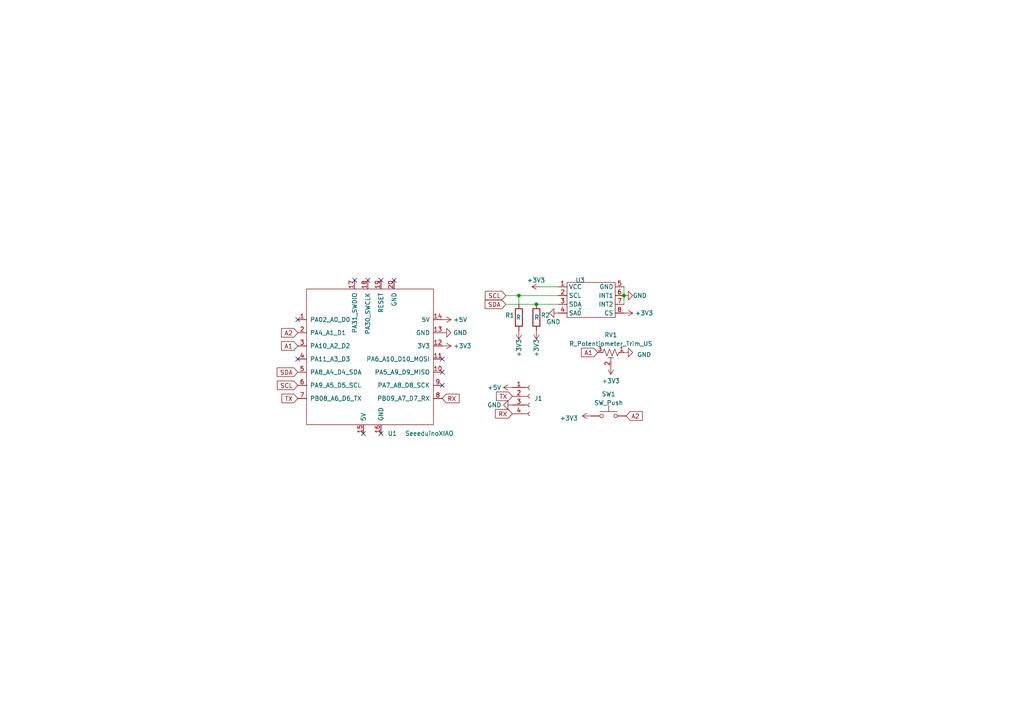
<source format=kicad_sch>
(kicad_sch (version 20230121) (generator eeschema)
  (paper "A4")
  (lib_symbols
    (symbol "Connector:Conn_01x04_Socket" (pin_names (offset 1.016) hide)
      (property "Reference" "J" (at 0 5.08 0))
      (property "Value" "Conn_01x04_Socket" (at 0 -7.62 0))
      (symbol "Conn_01x04_Socket_1_1"
        (arc (start 0 -4.572) (mid -0.5058 -5.08) (end 0 -5.588) (stroke (width 0.1524)))
        (arc (start 0 -2.032) (mid -0.5058 -2.54) (end 0 -3.048) (stroke (width 0.1524)))
        (polyline (pts (xy -1.27 -5.08) (xy -0.508 -5.08)) (stroke (width 0.1524)))
        (polyline (pts (xy -1.27 -2.54) (xy -0.508 -2.54)) (stroke (width 0.1524)))
        (polyline (pts (xy -1.27 0) (xy -0.508 0)) (stroke (width 0.1524)))
        (polyline (pts (xy -1.27 2.54) (xy -0.508 2.54)) (stroke (width 0.1524)))
        (arc (start 0 0.508) (mid -0.5058 0) (end 0 -0.508) (stroke (width 0.1524)))
        (arc (start 0 3.048) (mid -0.5058 2.54) (end 0 2.032) (stroke (width 0.1524)))
        (pin passive line (at -5.08 2.54 0) (length 3.81) (name "Pin_1") (number "1"))
        (pin passive line (at -5.08 0 0) (length 3.81) (name "Pin_2") (number "2"))
        (pin passive line (at -5.08 -2.54 0) (length 3.81) (name "Pin_3") (number "3"))
        (pin passive line (at -5.08 -5.08 0) (length 3.81) (name "Pin_4") (number "4"))
      )
    )
    (symbol "Device:R" (pin_numbers hide) (pin_names (offset 0))
      (property "Reference" "R" (at 2.032 0 90))
      (property "Value" "R" (at 0 0 90))
      (symbol "R_0_1"
        (rectangle (start -1.016 -2.54) (end 1.016 2.54) (stroke (width 0.254)))
      )
      (symbol "R_1_1"
        (pin passive line (at 0 3.81 270) (length 1.27) (name "~") (number "1"))
        (pin passive line (at 0 -3.81 90) (length 1.27) (name "~") (number "2"))
      )
    )
    (symbol "Device:R_Potentiometer_Trim_US" (pin_names (offset 1.016) hide)
      (property "Reference" "RV" (at -4.445 0 90))
      (property "Value" "R_Potentiometer_Trim_US" (at -2.54 0 90))
      (symbol "R_Potentiometer_Trim_US_0_1"
        (polyline (pts (xy 0 -2.286) (xy 0 -2.54)))
        (polyline (pts (xy 0 2.286) (xy 0 2.54)))
        (polyline (pts (xy 1.524 0.762) (xy 1.524 -0.762)))
        (polyline (pts (xy 2.54 0) (xy 1.524 0)))
        (polyline (pts (xy 0 -0.762) (xy 1.016 -1.143) (xy 0 -1.524) (xy -1.016 -1.905) (xy 0 -2.286)))
        (polyline (pts (xy 0 0.762) (xy 1.016 0.381) (xy 0 0) (xy -1.016 -0.381) (xy 0 -0.762)))
        (polyline (pts (xy 0 2.286) (xy 1.016 1.905) (xy 0 1.524) (xy -1.016 1.143) (xy 0 0.762)))
      )
      (symbol "R_Potentiometer_Trim_US_1_1"
        (pin passive line (at 0 3.81 270) (length 1.27) (name "1") (number "1"))
        (pin passive line (at 3.81 0 180) (length 1.27) (name "2") (number "2"))
        (pin passive line (at 0 -3.81 90) (length 1.27) (name "3") (number "3"))
      )
    )
    (symbol "L3GD20H_module_1"
      (property "Reference" "U" (at 0 0 0))
      (symbol "L3GD20H_module_1_0_1"
        (rectangle (start -12.7 5.08) (end -12.7 5.08))
        (rectangle (start -6.35 5.08) (end 7.62 -5.08))
      )
      (symbol "L3GD20H_module_1_1_1"
        (pin power_in line (at -8.89 3.81 0) (length 2.54) (name "VCC") (number "1"))
        (pin output line (at -8.89 1.27 0) (length 2.54) (name "SCL") (number "2"))
        (pin output line (at -8.89 -1.27 0) (length 2.54) (name "SDA") (number "3"))
        (pin output line (at -8.89 -3.81 0) (length 2.54) (name "SA0") (number "4"))
        (pin output line (at 10.16 3.81 180) (length 2.54) (name "GND") (number "5"))
        (pin output line (at 10.16 1.27 180) (length 2.54) (name "INT1") (number "6"))
        (pin output line (at 10.16 -1.27 180) (length 2.54) (name "INT2") (number "7"))
        (pin output line (at 10.16 -3.81 180) (length 2.54) (name "CS") (number "8"))
      )
    )
    (symbol "Seeeduino XIAO:SeeeduinoXIAO" (pin_names (offset 1.016))
      (property "Reference" "U" (at -19.05 22.86 0))
      (property "Value" "SeeeduinoXIAO" (at -12.7 21.59 0))
      (symbol "SeeeduinoXIAO_0_1"
        (rectangle (start -19.05 20.32) (end 17.78 -19.05))
      )
      (symbol "SeeeduinoXIAO_1_1"
        (pin unspecified line (at -21.59 11.43 0) (length 2.54) (name "PA02_A0_D0") (number "1"))
        (pin unspecified line (at 20.32 -3.81 180) (length 2.54) (name "PA5_A9_D9_MISO") (number "10"))
        (pin unspecified line (at 20.32 0 180) (length 2.54) (name "PA6_A10_D10_MOSI") (number "11"))
        (pin unspecified line (at 20.32 3.81 180) (length 2.54) (name "3V3") (number "12"))
        (pin unspecified line (at 20.32 7.62 180) (length 2.54) (name "GND") (number "13"))
        (pin unspecified line (at 20.32 11.43 180) (length 2.54) (name "5V") (number "14"))
        (pin input line (at -2.54 -21.59 90) (length 2.54) (name "5V") (number "15"))
        (pin input line (at 2.54 -21.59 90) (length 2.54) (name "GND") (number "16"))
        (pin input line (at -5.08 22.86 270) (length 2.54) (name "PA31_SWDIO") (number "17"))
        (pin input line (at -1.27 22.86 270) (length 2.54) (name "PA30_SWCLK") (number "18"))
        (pin input line (at 2.54 22.86 270) (length 2.54) (name "RESET") (number "19"))
        (pin unspecified line (at -21.59 7.62 0) (length 2.54) (name "PA4_A1_D1") (number "2"))
        (pin input line (at 6.35 22.86 270) (length 2.54) (name "GND") (number "20"))
        (pin unspecified line (at -21.59 3.81 0) (length 2.54) (name "PA10_A2_D2") (number "3"))
        (pin unspecified line (at -21.59 0 0) (length 2.54) (name "PA11_A3_D3") (number "4"))
        (pin unspecified line (at -21.59 -3.81 0) (length 2.54) (name "PA8_A4_D4_SDA") (number "5"))
        (pin unspecified line (at -21.59 -7.62 0) (length 2.54) (name "PA9_A5_D5_SCL") (number "6"))
        (pin unspecified line (at -21.59 -11.43 0) (length 2.54) (name "PB08_A6_D6_TX") (number "7"))
        (pin unspecified line (at 20.32 -11.43 180) (length 2.54) (name "PB09_A7_D7_RX") (number "8"))
        (pin unspecified line (at 20.32 -7.62 180) (length 2.54) (name "PA7_A8_D8_SCK") (number "9"))
      )
    )
    (symbol "Switch:SW_Push" (pin_numbers hide) (pin_names (offset 1.016) hide)
      (property "Reference" "SW" (at 1.27 2.54 0))
      (property "Value" "SW_Push" (at 0 -1.524 0))
      (symbol "SW_Push_0_1"
        (circle (center -2.032 0) (radius 0.508))
        (polyline (pts (xy 0 1.27) (xy 0 3.048)))
        (polyline (pts (xy 2.54 1.27) (xy -2.54 1.27)))
        (circle (center 2.032 0) (radius 0.508))
        (pin passive line (at -5.08 0 0) (length 2.54) (name "1") (number "1"))
        (pin passive line (at 5.08 0 180) (length 2.54) (name "2") (number "2"))
      )
    )
    (symbol "power:+3V3" (power) (pin_names (offset 0))
      (property "Value" "+3V3" (at 0 3.556 0))
      (symbol "+3V3_0_1"
        (polyline (pts (xy -0.762 1.27) (xy 0 2.54)))
        (polyline (pts (xy 0 0) (xy 0 2.54)))
        (polyline (pts (xy 0 2.54) (xy 0.762 1.27)))
      )
      (symbol "+3V3_1_1"
        (pin power_in line (at 0 0 90) (length 0) hide (name "+3V3") (number "1"))
      )
    )
    (symbol "power:+5V" (power) (pin_names (offset 0))
      (property "Value" "+5V" (at 0 3.556 0))
      (symbol "+5V_0_1"
        (polyline (pts (xy -0.762 1.27) (xy 0 2.54)))
        (polyline (pts (xy 0 0) (xy 0 2.54)))
        (polyline (pts (xy 0 2.54) (xy 0.762 1.27)))
      )
      (symbol "+5V_1_1"
        (pin power_in line (at 0 0 90) (length 0) hide (name "+5V") (number "1"))
      )
    )
    (symbol "power:GND" (power) (pin_names (offset 0))
      (property "Value" "GND" (at 0 -3.81 0))
      (symbol "GND_0_1"
        (polyline (pts (xy 0 0) (xy 0 -1.27) (xy 1.27 -1.27) (xy 0 -2.54) (xy -1.27 -1.27) (xy 0 -1.27)))
      )
      (symbol "GND_1_1"
        (pin power_in line (at 0 0 270) (length 0) hide (name "GND") (number "1"))
      )
    )
  )
  (junction (at 155.575 88.265))
  (junction (at 180.975 85.725))
  (junction (at 150.495 85.725))
  (no_connect (at 86.36 104.14))
  (no_connect (at 128.27 111.76))
  (no_connect (at 114.3 81.28))
  (no_connect (at 110.49 81.28))
  (no_connect (at 110.49 125.73))
  (no_connect (at 128.27 104.14))
  (no_connect (at 106.68 81.28))
  (no_connect (at 128.27 107.95))
  (no_connect (at 86.36 92.71))
  (no_connect (at 102.87 81.28))
  (no_connect (at 105.41 125.73))
  (wire (pts (xy 146.685 85.725) (xy 150.495 85.725)))
  (wire (pts (xy 155.575 88.265) (xy 161.925 88.265)))
  (wire (pts (xy 150.495 85.725) (xy 161.925 85.725)))
  (wire (pts (xy 146.685 88.265) (xy 155.575 88.265)))
  (wire (pts (xy 180.975 83.185) (xy 180.975 85.725)))
  (wire (pts (xy 180.975 85.725) (xy 180.975 88.265)))
  (wire (pts (xy 150.495 88.265) (xy 150.495 85.725)))
  (wire (pts (xy 156.845 83.185) (xy 161.925 83.185)))
  (global_label "SCL" (shape input) (at 86.36 111.76 180) (property "Intersheetrefs" "${INTERSHEET_REFS}" (effects hide)))
  (global_label "A2" (shape input) (at 181.61 120.65 0) (property "Intersheetrefs" "${INTERSHEET_REFS}" (effects hide)))
  (global_label "SCL" (shape input) (at 146.685 85.725 180) (property "Intersheetrefs" "${INTERSHEET_REFS}" (effects hide)))
  (global_label "RX" (shape input) (at 148.59 120.015 180) (property "Intersheetrefs" "${INTERSHEET_REFS}" (effects hide)))
  (global_label "SDA" (shape input) (at 146.685 88.265 180) (property "Intersheetrefs" "${INTERSHEET_REFS}" (effects hide)))
  (global_label "A2" (shape input) (at 86.36 96.52 180) (property "Intersheetrefs" "${INTERSHEET_REFS}" (effects hide)))
  (global_label "A1" (shape input) (at 86.36 100.33 180) (property "Intersheetrefs" "${INTERSHEET_REFS}" (effects hide)))
  (global_label "SDA" (shape input) (at 86.36 107.95 180) (property "Intersheetrefs" "${INTERSHEET_REFS}" (effects hide)))
  (global_label "TX" (shape input) (at 148.59 114.935 180) (property "Intersheetrefs" "${INTERSHEET_REFS}" (effects hide)))
  (global_label "TX" (shape input) (at 86.36 115.57 180) (property "Intersheetrefs" "${INTERSHEET_REFS}" (effects hide)))
  (global_label "RX" (shape input) (at 128.27 115.57 0) (property "Intersheetrefs" "${INTERSHEET_REFS}" (effects hide)))
  (global_label "A1" (shape input) (at 173.355 102.235 180) (property "Intersheetrefs" "${INTERSHEET_REFS}" (effects hide)))
  (symbol (lib_id "power:+3V3") (at 171.45 120.65 90) (unit 1)
    (property "Reference" "#PWR08" (effects hide))
    (property "Value" "+3V3" (at 167.64 121.285 90) (effects (justify left)))
  )
  (symbol (lib_id "power:+3V3") (at 156.845 83.185 90) (unit 1)
    (property "Reference" "#PWR06" (effects hide))
    (property "Value" "+3V3" (at 158.115 81.28 90) (effects (justify left)))
  )
  (symbol (lib_id "Switch:SW_Push") (at 176.53 120.65 0) (unit 1)
    (property "Reference" "SW1" (at 176.53 114.3 0))
    (property "Value" "SW_Push" (at 176.53 116.84 0))
    (property "Footprint" "Button_Switch_THT:SW_PUSH_6mm_H7.3mm" (effects hide))
  )
  (symbol (lib_id "power:+5V") (at 128.27 92.71 270) (unit 1)
    (property "Reference" "#PWR02" (effects hide))
    (property "Value" "+5V" (at 131.445 92.71 90) (effects (justify left)))
  )
  (symbol (lib_id "power:+3V3") (at 128.27 100.33 270) (unit 1)
    (property "Reference" "#PWR05" (effects hide))
    (property "Value" "+3V3" (at 131.445 100.33 90) (effects (justify left)))
  )
  (symbol (lib_id "power:+3V3") (at 155.575 95.885 180) (unit 1)
    (property "Reference" "#PWR012" (effects hide))
    (property "Value" "+3V3" (at 155.575 100.965 90))
  )
  (symbol (lib_name "L3GD20H_module_1") (lib_id "L3GD20H_module:L3GD20H_module") (at 170.815 86.995 0) (unit 1)
    (property "Reference" "U3" (at 168.275 81.28 0))
    (property "Value" "~" (at 168.275 89.535 0))
    (property "Footprint" "Lib:L3GD20H_Module" (effects hide))
  )
  (symbol (lib_id "Seeeduino XIAO:SeeeduinoXIAO") (at 107.95 104.14 0) (unit 1)
    (property "Reference" "U1" (at 112.4459 125.73 0) (effects (justify left)))
    (property "Value" "SeeeduinoXIAO" (at 117.475 125.73 0) (effects (justify left)))
    (property "Footprint" "Lib:seeeduinoXIAO" (effects hide))
  )
  (symbol (lib_id "Device:R") (at 150.495 92.075 0) (mirror y) (unit 1)
    (property "Reference" "R1" (at 149.225 91.44 0) (effects (justify left)))
    (property "Value" "R" (at 151.13 92.075 0) (effects (justify left)))
    (property "Footprint" "Resistor_THT:R_Axial_DIN0207_L6.3mm_D2.5mm_P7.62mm_Horizontal" (effects hide))
  )
  (symbol (lib_id "power:GND") (at 148.59 117.475 270) (unit 1)
    (property "Reference" "#PWR03" (effects hide))
    (property "Value" "GND" (at 145.415 117.475 90) (effects (justify right)))
  )
  (symbol (lib_id "power:GND") (at 180.975 85.725 90) (unit 1)
    (property "Reference" "#PWR07" (effects hide))
    (property "Value" "GND" (at 183.515 85.725 90) (effects (justify right)))
  )
  (symbol (lib_id "Device:R_Potentiometer_Trim_US") (at 177.165 102.235 270) (unit 1)
    (property "Reference" "RV1" (at 177.165 97.155 90))
    (property "Value" "R_Potentiometer_Trim_US" (at 177.165 99.695 90))
    (property "Footprint" "Lib:TA48033S" (effects hide))
  )
  (symbol (lib_id "power:GND") (at 180.975 102.235 90) (unit 1)
    (property "Reference" "#PWR010" (effects hide))
    (property "Value" "GND" (at 184.785 102.87 90) (effects (justify right)))
  )
  (symbol (lib_id "Connector:Conn_01x04_Socket") (at 153.67 114.935 0) (unit 1)
    (property "Reference" "J1" (at 154.94 115.57 0) (effects (justify left)))
    (property "Value" "Conn_01x04_Socket" (effects hide))
    (property "Footprint" "Connector_PinHeader_2.54mm:PinHeader_1x04_P2.54mm_Vertical" (effects hide))
  )
  (symbol (lib_id "power:GND") (at 161.925 90.805 270) (unit 1)
    (property "Reference" "#PWR013" (effects hide))
    (property "Value" "GND" (at 162.56 93.345 90) (effects (justify right)))
  )
  (symbol (lib_id "power:+3V3") (at 180.975 90.805 270) (unit 1)
    (property "Reference" "#PWR014" (effects hide))
    (property "Value" "+3V3" (at 184.15 90.805 90) (effects (justify left)))
  )
  (symbol (lib_id "power:GND") (at 128.27 96.52 90) (unit 1)
    (property "Reference" "#PWR04" (effects hide))
    (property "Value" "GND" (at 131.445 96.52 90) (effects (justify right)))
  )
  (symbol (lib_id "power:+5V") (at 148.59 112.395 90) (unit 1)
    (property "Reference" "#PWR01" (effects hide))
    (property "Value" "+5V" (at 145.415 112.395 90) (effects (justify left)))
  )
  (symbol (lib_id "Device:R") (at 155.575 92.075 0) (unit 1)
    (property "Reference" "R2" (at 156.845 91.44 0) (effects (justify left)))
    (property "Value" "R" (at 154.94 92.075 0) (effects (justify left)))
    (property "Footprint" "Resistor_THT:R_Axial_DIN0207_L6.3mm_D2.5mm_P7.62mm_Horizontal" (effects hide))
  )
  (symbol (lib_id "power:+3V3") (at 150.495 95.885 180) (unit 1)
    (property "Reference" "#PWR011" (effects hide))
    (property "Value" "+3V3" (at 150.495 100.965 90))
  )
  (symbol (lib_id "power:+3V3") (at 177.165 106.045 180) (unit 1)
    (property "Reference" "#PWR09" (effects hide))
    (property "Value" "+3V3" (at 177.165 110.49 0))
  )
)
</source>
